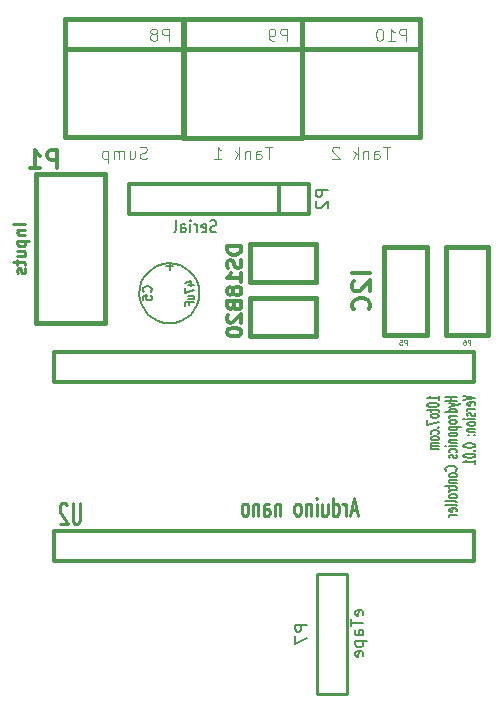
<source format=gbo>
G04 (created by PCBNEW-RS274X (2012-apr-16-27)-stable) date Mon 12 May 2014 12:41:31 BST*
G01*
G70*
G90*
%MOIN*%
G04 Gerber Fmt 3.4, Leading zero omitted, Abs format*
%FSLAX34Y34*%
G04 APERTURE LIST*
%ADD10C,0.006000*%
%ADD11C,0.005900*%
%ADD12C,0.010000*%
%ADD13C,0.012000*%
%ADD14C,0.015000*%
%ADD15C,0.005000*%
%ADD16C,0.008000*%
%ADD17C,0.003900*%
%ADD18C,0.011800*%
%ADD19C,0.007500*%
%ADD20C,0.010700*%
%ADD21C,0.009900*%
%ADD22C,0.003500*%
G04 APERTURE END LIST*
G54D10*
G54D11*
X72679Y-37660D02*
X72679Y-37525D01*
X72679Y-37592D02*
X72285Y-37592D01*
X72342Y-37570D01*
X72379Y-37547D01*
X72398Y-37525D01*
X72285Y-37806D02*
X72285Y-37829D01*
X72304Y-37851D01*
X72323Y-37862D01*
X72361Y-37874D01*
X72436Y-37885D01*
X72529Y-37885D01*
X72604Y-37874D01*
X72642Y-37862D01*
X72661Y-37851D01*
X72679Y-37829D01*
X72679Y-37806D01*
X72661Y-37784D01*
X72642Y-37772D01*
X72604Y-37761D01*
X72529Y-37750D01*
X72436Y-37750D01*
X72361Y-37761D01*
X72323Y-37772D01*
X72304Y-37784D01*
X72285Y-37806D01*
X72417Y-37952D02*
X72417Y-38042D01*
X72285Y-37986D02*
X72623Y-37986D01*
X72661Y-37997D01*
X72679Y-38020D01*
X72679Y-38042D01*
X72679Y-38155D02*
X72661Y-38132D01*
X72642Y-38121D01*
X72604Y-38110D01*
X72492Y-38110D01*
X72454Y-38121D01*
X72436Y-38132D01*
X72417Y-38155D01*
X72417Y-38189D01*
X72436Y-38211D01*
X72454Y-38222D01*
X72492Y-38234D01*
X72604Y-38234D01*
X72642Y-38222D01*
X72661Y-38211D01*
X72679Y-38189D01*
X72679Y-38155D01*
X72285Y-38313D02*
X72285Y-38470D01*
X72679Y-38369D01*
X72642Y-38560D02*
X72661Y-38571D01*
X72679Y-38560D01*
X72661Y-38549D01*
X72642Y-38560D01*
X72679Y-38560D01*
X72661Y-38773D02*
X72679Y-38751D01*
X72679Y-38706D01*
X72661Y-38683D01*
X72642Y-38672D01*
X72604Y-38661D01*
X72492Y-38661D01*
X72454Y-38672D01*
X72436Y-38683D01*
X72417Y-38706D01*
X72417Y-38751D01*
X72436Y-38773D01*
X72679Y-38908D02*
X72661Y-38885D01*
X72642Y-38874D01*
X72604Y-38863D01*
X72492Y-38863D01*
X72454Y-38874D01*
X72436Y-38885D01*
X72417Y-38908D01*
X72417Y-38942D01*
X72436Y-38964D01*
X72454Y-38975D01*
X72492Y-38987D01*
X72604Y-38987D01*
X72642Y-38975D01*
X72661Y-38964D01*
X72679Y-38942D01*
X72679Y-38908D01*
X72679Y-39088D02*
X72417Y-39088D01*
X72454Y-39088D02*
X72436Y-39099D01*
X72417Y-39122D01*
X72417Y-39156D01*
X72436Y-39178D01*
X72473Y-39189D01*
X72679Y-39189D01*
X72473Y-39189D02*
X72436Y-39201D01*
X72417Y-39223D01*
X72417Y-39257D01*
X72436Y-39279D01*
X72473Y-39290D01*
X72679Y-39290D01*
X73289Y-37536D02*
X72895Y-37536D01*
X73083Y-37536D02*
X73083Y-37671D01*
X73289Y-37671D02*
X72895Y-37671D01*
X73027Y-37761D02*
X73289Y-37817D01*
X73027Y-37873D02*
X73289Y-37817D01*
X73383Y-37794D01*
X73402Y-37783D01*
X73421Y-37761D01*
X73289Y-38064D02*
X72895Y-38064D01*
X73271Y-38064D02*
X73289Y-38042D01*
X73289Y-37997D01*
X73271Y-37974D01*
X73252Y-37963D01*
X73214Y-37952D01*
X73102Y-37952D01*
X73064Y-37963D01*
X73046Y-37974D01*
X73027Y-37997D01*
X73027Y-38042D01*
X73046Y-38064D01*
X73289Y-38177D02*
X73027Y-38177D01*
X73102Y-38177D02*
X73064Y-38188D01*
X73046Y-38200D01*
X73027Y-38222D01*
X73027Y-38245D01*
X73289Y-38357D02*
X73271Y-38334D01*
X73252Y-38323D01*
X73214Y-38312D01*
X73102Y-38312D01*
X73064Y-38323D01*
X73046Y-38334D01*
X73027Y-38357D01*
X73027Y-38391D01*
X73046Y-38413D01*
X73064Y-38424D01*
X73102Y-38436D01*
X73214Y-38436D01*
X73252Y-38424D01*
X73271Y-38413D01*
X73289Y-38391D01*
X73289Y-38357D01*
X73027Y-38537D02*
X73421Y-38537D01*
X73046Y-38537D02*
X73027Y-38560D01*
X73027Y-38605D01*
X73046Y-38627D01*
X73064Y-38638D01*
X73102Y-38650D01*
X73214Y-38650D01*
X73252Y-38638D01*
X73271Y-38627D01*
X73289Y-38605D01*
X73289Y-38560D01*
X73271Y-38537D01*
X73289Y-38785D02*
X73271Y-38762D01*
X73252Y-38751D01*
X73214Y-38740D01*
X73102Y-38740D01*
X73064Y-38751D01*
X73046Y-38762D01*
X73027Y-38785D01*
X73027Y-38819D01*
X73046Y-38841D01*
X73064Y-38852D01*
X73102Y-38864D01*
X73214Y-38864D01*
X73252Y-38852D01*
X73271Y-38841D01*
X73289Y-38819D01*
X73289Y-38785D01*
X73027Y-38965D02*
X73289Y-38965D01*
X73064Y-38965D02*
X73046Y-38976D01*
X73027Y-38999D01*
X73027Y-39033D01*
X73046Y-39055D01*
X73083Y-39066D01*
X73289Y-39066D01*
X73289Y-39179D02*
X73027Y-39179D01*
X72895Y-39179D02*
X72914Y-39168D01*
X72933Y-39179D01*
X72914Y-39190D01*
X72895Y-39179D01*
X72933Y-39179D01*
X73271Y-39392D02*
X73289Y-39370D01*
X73289Y-39325D01*
X73271Y-39302D01*
X73252Y-39291D01*
X73214Y-39280D01*
X73102Y-39280D01*
X73064Y-39291D01*
X73046Y-39302D01*
X73027Y-39325D01*
X73027Y-39370D01*
X73046Y-39392D01*
X73271Y-39482D02*
X73289Y-39504D01*
X73289Y-39549D01*
X73271Y-39572D01*
X73233Y-39583D01*
X73214Y-39583D01*
X73177Y-39572D01*
X73158Y-39549D01*
X73158Y-39516D01*
X73139Y-39493D01*
X73102Y-39482D01*
X73083Y-39482D01*
X73046Y-39493D01*
X73027Y-39516D01*
X73027Y-39549D01*
X73046Y-39572D01*
X73252Y-39999D02*
X73271Y-39988D01*
X73289Y-39954D01*
X73289Y-39932D01*
X73271Y-39898D01*
X73233Y-39875D01*
X73196Y-39864D01*
X73121Y-39853D01*
X73064Y-39853D01*
X72989Y-39864D01*
X72952Y-39875D01*
X72914Y-39898D01*
X72895Y-39932D01*
X72895Y-39954D01*
X72914Y-39988D01*
X72933Y-39999D01*
X73289Y-40134D02*
X73271Y-40111D01*
X73252Y-40100D01*
X73214Y-40089D01*
X73102Y-40089D01*
X73064Y-40100D01*
X73046Y-40111D01*
X73027Y-40134D01*
X73027Y-40168D01*
X73046Y-40190D01*
X73064Y-40201D01*
X73102Y-40213D01*
X73214Y-40213D01*
X73252Y-40201D01*
X73271Y-40190D01*
X73289Y-40168D01*
X73289Y-40134D01*
X73027Y-40314D02*
X73289Y-40314D01*
X73064Y-40314D02*
X73046Y-40325D01*
X73027Y-40348D01*
X73027Y-40382D01*
X73046Y-40404D01*
X73083Y-40415D01*
X73289Y-40415D01*
X73027Y-40494D02*
X73027Y-40584D01*
X72895Y-40528D02*
X73233Y-40528D01*
X73271Y-40539D01*
X73289Y-40562D01*
X73289Y-40584D01*
X73289Y-40663D02*
X73027Y-40663D01*
X73102Y-40663D02*
X73064Y-40674D01*
X73046Y-40686D01*
X73027Y-40708D01*
X73027Y-40731D01*
X73289Y-40843D02*
X73271Y-40820D01*
X73252Y-40809D01*
X73214Y-40798D01*
X73102Y-40798D01*
X73064Y-40809D01*
X73046Y-40820D01*
X73027Y-40843D01*
X73027Y-40877D01*
X73046Y-40899D01*
X73064Y-40910D01*
X73102Y-40922D01*
X73214Y-40922D01*
X73252Y-40910D01*
X73271Y-40899D01*
X73289Y-40877D01*
X73289Y-40843D01*
X73289Y-41057D02*
X73271Y-41034D01*
X73233Y-41023D01*
X72895Y-41023D01*
X73289Y-41181D02*
X73271Y-41158D01*
X73233Y-41147D01*
X72895Y-41147D01*
X73271Y-41361D02*
X73289Y-41339D01*
X73289Y-41294D01*
X73271Y-41271D01*
X73233Y-41260D01*
X73083Y-41260D01*
X73046Y-41271D01*
X73027Y-41294D01*
X73027Y-41339D01*
X73046Y-41361D01*
X73083Y-41372D01*
X73121Y-41372D01*
X73158Y-41260D01*
X73289Y-41473D02*
X73027Y-41473D01*
X73102Y-41473D02*
X73064Y-41484D01*
X73046Y-41496D01*
X73027Y-41518D01*
X73027Y-41541D01*
X73505Y-37502D02*
X73899Y-37581D01*
X73505Y-37660D01*
X73881Y-37828D02*
X73899Y-37806D01*
X73899Y-37761D01*
X73881Y-37738D01*
X73843Y-37727D01*
X73693Y-37727D01*
X73656Y-37738D01*
X73637Y-37761D01*
X73637Y-37806D01*
X73656Y-37828D01*
X73693Y-37839D01*
X73731Y-37839D01*
X73768Y-37727D01*
X73899Y-37940D02*
X73637Y-37940D01*
X73712Y-37940D02*
X73674Y-37951D01*
X73656Y-37963D01*
X73637Y-37985D01*
X73637Y-38008D01*
X73881Y-38075D02*
X73899Y-38097D01*
X73899Y-38142D01*
X73881Y-38165D01*
X73843Y-38176D01*
X73824Y-38176D01*
X73787Y-38165D01*
X73768Y-38142D01*
X73768Y-38109D01*
X73749Y-38086D01*
X73712Y-38075D01*
X73693Y-38075D01*
X73656Y-38086D01*
X73637Y-38109D01*
X73637Y-38142D01*
X73656Y-38165D01*
X73899Y-38277D02*
X73637Y-38277D01*
X73505Y-38277D02*
X73524Y-38266D01*
X73543Y-38277D01*
X73524Y-38288D01*
X73505Y-38277D01*
X73543Y-38277D01*
X73899Y-38423D02*
X73881Y-38400D01*
X73862Y-38389D01*
X73824Y-38378D01*
X73712Y-38378D01*
X73674Y-38389D01*
X73656Y-38400D01*
X73637Y-38423D01*
X73637Y-38457D01*
X73656Y-38479D01*
X73674Y-38490D01*
X73712Y-38502D01*
X73824Y-38502D01*
X73862Y-38490D01*
X73881Y-38479D01*
X73899Y-38457D01*
X73899Y-38423D01*
X73637Y-38603D02*
X73899Y-38603D01*
X73674Y-38603D02*
X73656Y-38614D01*
X73637Y-38637D01*
X73637Y-38671D01*
X73656Y-38693D01*
X73693Y-38704D01*
X73899Y-38704D01*
X73862Y-38817D02*
X73881Y-38828D01*
X73899Y-38817D01*
X73881Y-38806D01*
X73862Y-38817D01*
X73899Y-38817D01*
X73656Y-38817D02*
X73674Y-38828D01*
X73693Y-38817D01*
X73674Y-38806D01*
X73656Y-38817D01*
X73693Y-38817D01*
X73505Y-39154D02*
X73505Y-39177D01*
X73524Y-39199D01*
X73543Y-39210D01*
X73581Y-39222D01*
X73656Y-39233D01*
X73749Y-39233D01*
X73824Y-39222D01*
X73862Y-39210D01*
X73881Y-39199D01*
X73899Y-39177D01*
X73899Y-39154D01*
X73881Y-39132D01*
X73862Y-39120D01*
X73824Y-39109D01*
X73749Y-39098D01*
X73656Y-39098D01*
X73581Y-39109D01*
X73543Y-39120D01*
X73524Y-39132D01*
X73505Y-39154D01*
X73862Y-39334D02*
X73881Y-39345D01*
X73899Y-39334D01*
X73881Y-39323D01*
X73862Y-39334D01*
X73899Y-39334D01*
X73505Y-39491D02*
X73505Y-39514D01*
X73524Y-39536D01*
X73543Y-39547D01*
X73581Y-39559D01*
X73656Y-39570D01*
X73749Y-39570D01*
X73824Y-39559D01*
X73862Y-39547D01*
X73881Y-39536D01*
X73899Y-39514D01*
X73899Y-39491D01*
X73881Y-39469D01*
X73862Y-39457D01*
X73824Y-39446D01*
X73749Y-39435D01*
X73656Y-39435D01*
X73581Y-39446D01*
X73543Y-39457D01*
X73524Y-39469D01*
X73505Y-39491D01*
X73899Y-39795D02*
X73899Y-39660D01*
X73899Y-39727D02*
X73505Y-39727D01*
X73562Y-39705D01*
X73599Y-39682D01*
X73618Y-39660D01*
G54D12*
X69634Y-47433D02*
X69634Y-43433D01*
X68634Y-47433D02*
X68634Y-43433D01*
X68634Y-43433D02*
X69634Y-43433D01*
X69634Y-47433D02*
X68634Y-47433D01*
G54D13*
X68354Y-31445D02*
X68354Y-30445D01*
X68354Y-30445D02*
X62354Y-30445D01*
X62354Y-30445D02*
X62354Y-31445D01*
X62354Y-31445D02*
X68354Y-31445D01*
X67354Y-31445D02*
X67354Y-30445D01*
G54D14*
X70865Y-35492D02*
X71574Y-35492D01*
X70865Y-32540D02*
X70865Y-35492D01*
X72283Y-32540D02*
X70865Y-32540D01*
X72283Y-35492D02*
X72283Y-32540D01*
X71574Y-35492D02*
X72283Y-35492D01*
X71574Y-35492D02*
X72283Y-35492D01*
X72283Y-35492D02*
X72283Y-32540D01*
X72283Y-32540D02*
X70865Y-32540D01*
X70865Y-32540D02*
X70865Y-35492D01*
X70865Y-35492D02*
X71574Y-35492D01*
X72913Y-35492D02*
X73622Y-35492D01*
X72913Y-32540D02*
X72913Y-35492D01*
X74331Y-32540D02*
X72913Y-32540D01*
X74331Y-35492D02*
X74331Y-32540D01*
X73622Y-35492D02*
X74331Y-35492D01*
X73622Y-35492D02*
X74331Y-35492D01*
X74331Y-35492D02*
X74331Y-32540D01*
X74331Y-32540D02*
X72913Y-32540D01*
X72913Y-32540D02*
X72913Y-35492D01*
X72913Y-35492D02*
X73622Y-35492D01*
X66379Y-34882D02*
X66379Y-34252D01*
X66379Y-34252D02*
X68583Y-34252D01*
X68583Y-34252D02*
X68583Y-35512D01*
X68583Y-35512D02*
X66379Y-35512D01*
X66379Y-35512D02*
X66379Y-34882D01*
X66379Y-33071D02*
X66379Y-32441D01*
X66379Y-32441D02*
X68583Y-32441D01*
X68583Y-32441D02*
X68583Y-33701D01*
X68583Y-33701D02*
X66379Y-33701D01*
X66379Y-33701D02*
X66379Y-33071D01*
G54D15*
X64702Y-34094D02*
X64682Y-34288D01*
X64626Y-34475D01*
X64534Y-34647D01*
X64411Y-34799D01*
X64260Y-34923D01*
X64088Y-35016D01*
X63902Y-35074D01*
X63707Y-35094D01*
X63514Y-35077D01*
X63327Y-35022D01*
X63153Y-34931D01*
X63001Y-34809D01*
X62876Y-34659D01*
X62781Y-34488D01*
X62722Y-34302D01*
X62701Y-34107D01*
X62717Y-33914D01*
X62771Y-33726D01*
X62860Y-33552D01*
X62981Y-33399D01*
X63130Y-33273D01*
X63301Y-33177D01*
X63487Y-33117D01*
X63681Y-33094D01*
X63874Y-33109D01*
X64062Y-33161D01*
X64237Y-33249D01*
X64391Y-33370D01*
X64518Y-33517D01*
X64615Y-33687D01*
X64677Y-33873D01*
X64701Y-34067D01*
X64702Y-34094D01*
G54D13*
X59842Y-36064D02*
X59842Y-37064D01*
X73842Y-36064D02*
X59842Y-36064D01*
X73842Y-37064D02*
X73842Y-36064D01*
X59842Y-37064D02*
X73842Y-37064D01*
X59851Y-43000D02*
X73851Y-43000D01*
X73851Y-43000D02*
X73851Y-42000D01*
X73851Y-42000D02*
X59851Y-42000D01*
X59851Y-42000D02*
X59851Y-43000D01*
G54D14*
X60404Y-30118D02*
X59262Y-30118D01*
X59262Y-30118D02*
X59262Y-35078D01*
X59262Y-35078D02*
X61546Y-35078D01*
X61546Y-35078D02*
X61546Y-30118D01*
X61546Y-30118D02*
X60404Y-30118D01*
X64174Y-25945D02*
X60236Y-25945D01*
X64174Y-24960D02*
X64174Y-28898D01*
X64174Y-28898D02*
X60236Y-28898D01*
X60236Y-28898D02*
X60236Y-24960D01*
X60236Y-24960D02*
X64174Y-24960D01*
X68110Y-25946D02*
X64172Y-25946D01*
X68110Y-24961D02*
X68110Y-28899D01*
X68110Y-28899D02*
X64172Y-28899D01*
X64172Y-28899D02*
X64172Y-24961D01*
X64172Y-24961D02*
X68110Y-24961D01*
X72048Y-25945D02*
X68110Y-25945D01*
X72048Y-24960D02*
X72048Y-28898D01*
X72048Y-28898D02*
X68110Y-28898D01*
X68110Y-28898D02*
X68110Y-24960D01*
X68110Y-24960D02*
X72048Y-24960D01*
G54D16*
X68296Y-45138D02*
X67896Y-45138D01*
X67896Y-45291D01*
X67915Y-45329D01*
X67934Y-45348D01*
X67972Y-45367D01*
X68029Y-45367D01*
X68067Y-45348D01*
X68086Y-45329D01*
X68105Y-45291D01*
X68105Y-45138D01*
X67896Y-45500D02*
X67896Y-45767D01*
X68296Y-45595D01*
X70143Y-44824D02*
X70162Y-44786D01*
X70162Y-44709D01*
X70143Y-44671D01*
X70105Y-44652D01*
X69952Y-44652D01*
X69914Y-44671D01*
X69895Y-44709D01*
X69895Y-44786D01*
X69914Y-44824D01*
X69952Y-44843D01*
X69990Y-44843D01*
X70029Y-44652D01*
X69762Y-44957D02*
X69762Y-45186D01*
X70162Y-45071D02*
X69762Y-45071D01*
X70162Y-45491D02*
X69952Y-45491D01*
X69914Y-45472D01*
X69895Y-45434D01*
X69895Y-45357D01*
X69914Y-45319D01*
X70143Y-45491D02*
X70162Y-45453D01*
X70162Y-45357D01*
X70143Y-45319D01*
X70105Y-45300D01*
X70067Y-45300D01*
X70029Y-45319D01*
X70010Y-45357D01*
X70010Y-45453D01*
X69990Y-45491D01*
X69895Y-45681D02*
X70295Y-45681D01*
X69914Y-45681D02*
X69895Y-45719D01*
X69895Y-45796D01*
X69914Y-45834D01*
X69933Y-45853D01*
X69971Y-45872D01*
X70086Y-45872D01*
X70124Y-45853D01*
X70143Y-45834D01*
X70162Y-45796D01*
X70162Y-45719D01*
X70143Y-45681D01*
X70143Y-46196D02*
X70162Y-46158D01*
X70162Y-46081D01*
X70143Y-46043D01*
X70105Y-46024D01*
X69952Y-46024D01*
X69914Y-46043D01*
X69895Y-46081D01*
X69895Y-46158D01*
X69914Y-46196D01*
X69952Y-46215D01*
X69990Y-46215D01*
X70029Y-46024D01*
X68980Y-30650D02*
X68580Y-30650D01*
X68580Y-30803D01*
X68599Y-30841D01*
X68618Y-30860D01*
X68656Y-30879D01*
X68713Y-30879D01*
X68751Y-30860D01*
X68770Y-30841D01*
X68789Y-30803D01*
X68789Y-30650D01*
X68618Y-31031D02*
X68599Y-31050D01*
X68580Y-31088D01*
X68580Y-31184D01*
X68599Y-31222D01*
X68618Y-31241D01*
X68656Y-31260D01*
X68694Y-31260D01*
X68751Y-31241D01*
X68980Y-31012D01*
X68980Y-31260D01*
X65257Y-32033D02*
X65207Y-32052D01*
X65124Y-32052D01*
X65091Y-32033D01*
X65074Y-32014D01*
X65057Y-31976D01*
X65057Y-31938D01*
X65074Y-31900D01*
X65091Y-31880D01*
X65124Y-31861D01*
X65191Y-31842D01*
X65224Y-31823D01*
X65241Y-31804D01*
X65257Y-31766D01*
X65257Y-31728D01*
X65241Y-31690D01*
X65224Y-31671D01*
X65191Y-31652D01*
X65107Y-31652D01*
X65057Y-31671D01*
X64774Y-32033D02*
X64808Y-32052D01*
X64874Y-32052D01*
X64908Y-32033D01*
X64924Y-31995D01*
X64924Y-31842D01*
X64908Y-31804D01*
X64874Y-31785D01*
X64808Y-31785D01*
X64774Y-31804D01*
X64758Y-31842D01*
X64758Y-31880D01*
X64924Y-31919D01*
X64608Y-32052D02*
X64608Y-31785D01*
X64608Y-31861D02*
X64591Y-31823D01*
X64574Y-31804D01*
X64541Y-31785D01*
X64508Y-31785D01*
X64391Y-32052D02*
X64391Y-31785D01*
X64391Y-31652D02*
X64407Y-31671D01*
X64391Y-31690D01*
X64374Y-31671D01*
X64391Y-31652D01*
X64391Y-31690D01*
X64074Y-32052D02*
X64074Y-31842D01*
X64090Y-31804D01*
X64124Y-31785D01*
X64190Y-31785D01*
X64224Y-31804D01*
X64074Y-32033D02*
X64107Y-32052D01*
X64190Y-32052D01*
X64224Y-32033D01*
X64240Y-31995D01*
X64240Y-31957D01*
X64224Y-31919D01*
X64190Y-31900D01*
X64107Y-31900D01*
X64074Y-31880D01*
X63857Y-32052D02*
X63890Y-32033D01*
X63907Y-31995D01*
X63907Y-31652D01*
G54D17*
X71612Y-35811D02*
X71612Y-35654D01*
X71552Y-35654D01*
X71537Y-35662D01*
X71529Y-35669D01*
X71522Y-35684D01*
X71522Y-35706D01*
X71529Y-35721D01*
X71537Y-35729D01*
X71552Y-35736D01*
X71612Y-35736D01*
X71380Y-35654D02*
X71455Y-35654D01*
X71462Y-35729D01*
X71455Y-35721D01*
X71440Y-35714D01*
X71402Y-35714D01*
X71387Y-35721D01*
X71380Y-35729D01*
X71372Y-35744D01*
X71372Y-35781D01*
X71380Y-35796D01*
X71387Y-35804D01*
X71402Y-35811D01*
X71440Y-35811D01*
X71455Y-35804D01*
X71462Y-35796D01*
G54D13*
X70400Y-33431D02*
X69800Y-33431D01*
X69857Y-33688D02*
X69828Y-33717D01*
X69800Y-33774D01*
X69800Y-33917D01*
X69828Y-33974D01*
X69857Y-34003D01*
X69914Y-34031D01*
X69971Y-34031D01*
X70057Y-34003D01*
X70400Y-33660D01*
X70400Y-34031D01*
X70343Y-34631D02*
X70371Y-34602D01*
X70400Y-34516D01*
X70400Y-34459D01*
X70371Y-34374D01*
X70314Y-34316D01*
X70257Y-34288D01*
X70143Y-34259D01*
X70057Y-34259D01*
X69943Y-34288D01*
X69886Y-34316D01*
X69828Y-34374D01*
X69800Y-34459D01*
X69800Y-34516D01*
X69828Y-34602D01*
X69857Y-34631D01*
G54D17*
X73738Y-35811D02*
X73738Y-35654D01*
X73678Y-35654D01*
X73663Y-35662D01*
X73655Y-35669D01*
X73648Y-35684D01*
X73648Y-35706D01*
X73655Y-35721D01*
X73663Y-35729D01*
X73678Y-35736D01*
X73738Y-35736D01*
X73513Y-35654D02*
X73543Y-35654D01*
X73558Y-35662D01*
X73566Y-35669D01*
X73581Y-35691D01*
X73588Y-35721D01*
X73588Y-35781D01*
X73581Y-35796D01*
X73573Y-35804D01*
X73558Y-35811D01*
X73528Y-35811D01*
X73513Y-35804D01*
X73506Y-35796D01*
X73498Y-35781D01*
X73498Y-35744D01*
X73506Y-35729D01*
X73513Y-35721D01*
X73528Y-35714D01*
X73558Y-35714D01*
X73573Y-35721D01*
X73581Y-35729D01*
X73588Y-35744D01*
G54D18*
X66097Y-32531D02*
X65625Y-32531D01*
X65625Y-32644D01*
X65648Y-32711D01*
X65692Y-32756D01*
X65737Y-32779D01*
X65827Y-32801D01*
X65895Y-32801D01*
X65985Y-32779D01*
X66030Y-32756D01*
X66075Y-32711D01*
X66097Y-32644D01*
X66097Y-32531D01*
X66075Y-32981D02*
X66097Y-33048D01*
X66097Y-33161D01*
X66075Y-33206D01*
X66052Y-33228D01*
X66007Y-33251D01*
X65962Y-33251D01*
X65917Y-33228D01*
X65895Y-33206D01*
X65872Y-33161D01*
X65850Y-33071D01*
X65827Y-33026D01*
X65805Y-33003D01*
X65760Y-32981D01*
X65715Y-32981D01*
X65670Y-33003D01*
X65648Y-33026D01*
X65625Y-33071D01*
X65625Y-33183D01*
X65648Y-33251D01*
X66097Y-33701D02*
X66097Y-33431D01*
X66097Y-33566D02*
X65625Y-33566D01*
X65692Y-33521D01*
X65737Y-33476D01*
X65760Y-33431D01*
X65827Y-33971D02*
X65805Y-33926D01*
X65782Y-33903D01*
X65737Y-33881D01*
X65715Y-33881D01*
X65670Y-33903D01*
X65648Y-33926D01*
X65625Y-33971D01*
X65625Y-34061D01*
X65648Y-34106D01*
X65670Y-34128D01*
X65715Y-34151D01*
X65737Y-34151D01*
X65782Y-34128D01*
X65805Y-34106D01*
X65827Y-34061D01*
X65827Y-33971D01*
X65850Y-33926D01*
X65872Y-33903D01*
X65917Y-33881D01*
X66007Y-33881D01*
X66052Y-33903D01*
X66075Y-33926D01*
X66097Y-33971D01*
X66097Y-34061D01*
X66075Y-34106D01*
X66052Y-34128D01*
X66007Y-34151D01*
X65917Y-34151D01*
X65872Y-34128D01*
X65850Y-34106D01*
X65827Y-34061D01*
X65850Y-34511D02*
X65872Y-34578D01*
X65895Y-34601D01*
X65940Y-34623D01*
X66007Y-34623D01*
X66052Y-34601D01*
X66075Y-34578D01*
X66097Y-34533D01*
X66097Y-34353D01*
X65625Y-34353D01*
X65625Y-34511D01*
X65648Y-34556D01*
X65670Y-34578D01*
X65715Y-34601D01*
X65760Y-34601D01*
X65805Y-34578D01*
X65827Y-34556D01*
X65850Y-34511D01*
X65850Y-34353D01*
X65670Y-34803D02*
X65648Y-34825D01*
X65625Y-34870D01*
X65625Y-34983D01*
X65648Y-35028D01*
X65670Y-35050D01*
X65715Y-35073D01*
X65760Y-35073D01*
X65827Y-35050D01*
X66097Y-34780D01*
X66097Y-35073D01*
X65625Y-35365D02*
X65625Y-35410D01*
X65648Y-35455D01*
X65670Y-35478D01*
X65715Y-35500D01*
X65805Y-35523D01*
X65917Y-35523D01*
X66007Y-35500D01*
X66052Y-35478D01*
X66075Y-35455D01*
X66097Y-35410D01*
X66097Y-35365D01*
X66075Y-35320D01*
X66052Y-35298D01*
X66007Y-35275D01*
X65917Y-35253D01*
X65805Y-35253D01*
X65715Y-35275D01*
X65670Y-35298D01*
X65648Y-35320D01*
X65625Y-35365D01*
G54D15*
X63085Y-34044D02*
X63099Y-34030D01*
X63113Y-33987D01*
X63113Y-33958D01*
X63099Y-33915D01*
X63071Y-33887D01*
X63042Y-33872D01*
X62985Y-33858D01*
X62942Y-33858D01*
X62885Y-33872D01*
X62856Y-33887D01*
X62828Y-33915D01*
X62813Y-33958D01*
X62813Y-33987D01*
X62828Y-34030D01*
X62842Y-34044D01*
X62813Y-34315D02*
X62813Y-34172D01*
X62956Y-34158D01*
X62942Y-34172D01*
X62928Y-34201D01*
X62928Y-34272D01*
X62942Y-34301D01*
X62956Y-34315D01*
X62985Y-34330D01*
X63056Y-34330D01*
X63085Y-34315D01*
X63099Y-34301D01*
X63113Y-34272D01*
X63113Y-34201D01*
X63099Y-34172D01*
X63085Y-34158D01*
X64330Y-33803D02*
X64530Y-33803D01*
X64216Y-33743D02*
X64430Y-33684D01*
X64430Y-33838D01*
X64230Y-33910D02*
X64230Y-34076D01*
X64530Y-33969D01*
X64330Y-34279D02*
X64530Y-34279D01*
X64330Y-34172D02*
X64488Y-34172D01*
X64516Y-34183D01*
X64530Y-34207D01*
X64530Y-34243D01*
X64516Y-34267D01*
X64502Y-34279D01*
X64373Y-34481D02*
X64373Y-34398D01*
X64530Y-34398D02*
X64230Y-34398D01*
X64230Y-34517D01*
G54D19*
X63708Y-33080D02*
X63708Y-33309D01*
X63822Y-33195D02*
X63594Y-33195D01*
G54D20*
X60720Y-41090D02*
X60720Y-41641D01*
X60700Y-41706D01*
X60679Y-41739D01*
X60639Y-41771D01*
X60557Y-41771D01*
X60516Y-41739D01*
X60496Y-41706D01*
X60476Y-41641D01*
X60476Y-41090D01*
X60292Y-41155D02*
X60272Y-41123D01*
X60231Y-41090D01*
X60129Y-41090D01*
X60089Y-41123D01*
X60068Y-41155D01*
X60048Y-41220D01*
X60048Y-41285D01*
X60068Y-41382D01*
X60313Y-41771D01*
X60048Y-41771D01*
G54D12*
X69947Y-41331D02*
X69756Y-41331D01*
X69985Y-41503D02*
X69852Y-40903D01*
X69718Y-41503D01*
X69585Y-41503D02*
X69585Y-41103D01*
X69585Y-41217D02*
X69566Y-41160D01*
X69547Y-41131D01*
X69509Y-41103D01*
X69470Y-41103D01*
X69165Y-41503D02*
X69165Y-40903D01*
X69165Y-41474D02*
X69203Y-41503D01*
X69280Y-41503D01*
X69318Y-41474D01*
X69337Y-41446D01*
X69356Y-41389D01*
X69356Y-41217D01*
X69337Y-41160D01*
X69318Y-41131D01*
X69280Y-41103D01*
X69203Y-41103D01*
X69165Y-41131D01*
X68803Y-41103D02*
X68803Y-41503D01*
X68975Y-41103D02*
X68975Y-41417D01*
X68956Y-41474D01*
X68918Y-41503D01*
X68860Y-41503D01*
X68822Y-41474D01*
X68803Y-41446D01*
X68613Y-41503D02*
X68613Y-41103D01*
X68613Y-40903D02*
X68632Y-40931D01*
X68613Y-40960D01*
X68594Y-40931D01*
X68613Y-40903D01*
X68613Y-40960D01*
X68423Y-41103D02*
X68423Y-41503D01*
X68423Y-41160D02*
X68404Y-41131D01*
X68366Y-41103D01*
X68308Y-41103D01*
X68270Y-41131D01*
X68251Y-41189D01*
X68251Y-41503D01*
X68004Y-41503D02*
X68042Y-41474D01*
X68061Y-41446D01*
X68080Y-41389D01*
X68080Y-41217D01*
X68061Y-41160D01*
X68042Y-41131D01*
X68004Y-41103D01*
X67946Y-41103D01*
X67908Y-41131D01*
X67889Y-41160D01*
X67870Y-41217D01*
X67870Y-41389D01*
X67889Y-41446D01*
X67908Y-41474D01*
X67946Y-41503D01*
X68004Y-41503D01*
X67394Y-41103D02*
X67394Y-41503D01*
X67394Y-41160D02*
X67375Y-41131D01*
X67337Y-41103D01*
X67279Y-41103D01*
X67241Y-41131D01*
X67222Y-41189D01*
X67222Y-41503D01*
X66860Y-41503D02*
X66860Y-41189D01*
X66879Y-41131D01*
X66917Y-41103D01*
X66994Y-41103D01*
X67032Y-41131D01*
X66860Y-41474D02*
X66898Y-41503D01*
X66994Y-41503D01*
X67032Y-41474D01*
X67051Y-41417D01*
X67051Y-41360D01*
X67032Y-41303D01*
X66994Y-41274D01*
X66898Y-41274D01*
X66860Y-41246D01*
X66670Y-41103D02*
X66670Y-41503D01*
X66670Y-41160D02*
X66651Y-41131D01*
X66613Y-41103D01*
X66555Y-41103D01*
X66517Y-41131D01*
X66498Y-41189D01*
X66498Y-41503D01*
X66251Y-41503D02*
X66289Y-41474D01*
X66308Y-41446D01*
X66327Y-41389D01*
X66327Y-41217D01*
X66308Y-41160D01*
X66289Y-41131D01*
X66251Y-41103D01*
X66193Y-41103D01*
X66155Y-41131D01*
X66136Y-41160D01*
X66117Y-41217D01*
X66117Y-41389D01*
X66136Y-41446D01*
X66155Y-41474D01*
X66193Y-41503D01*
X66251Y-41503D01*
G54D13*
X59970Y-29928D02*
X59970Y-29328D01*
X59742Y-29328D01*
X59684Y-29356D01*
X59656Y-29385D01*
X59627Y-29442D01*
X59627Y-29528D01*
X59656Y-29585D01*
X59684Y-29614D01*
X59742Y-29642D01*
X59970Y-29642D01*
X59056Y-29928D02*
X59399Y-29928D01*
X59227Y-29928D02*
X59227Y-29328D01*
X59284Y-29414D01*
X59342Y-29471D01*
X59399Y-29499D01*
G54D21*
X58899Y-31792D02*
X58505Y-31792D01*
X58637Y-31980D02*
X58899Y-31980D01*
X58674Y-31980D02*
X58656Y-31999D01*
X58637Y-32036D01*
X58637Y-32092D01*
X58656Y-32130D01*
X58693Y-32149D01*
X58899Y-32149D01*
X58637Y-32336D02*
X59031Y-32336D01*
X58656Y-32336D02*
X58637Y-32373D01*
X58637Y-32448D01*
X58656Y-32486D01*
X58674Y-32505D01*
X58712Y-32523D01*
X58824Y-32523D01*
X58862Y-32505D01*
X58881Y-32486D01*
X58899Y-32448D01*
X58899Y-32373D01*
X58881Y-32336D01*
X58637Y-32861D02*
X58899Y-32861D01*
X58637Y-32692D02*
X58843Y-32692D01*
X58881Y-32711D01*
X58899Y-32748D01*
X58899Y-32804D01*
X58881Y-32842D01*
X58862Y-32861D01*
X58637Y-32992D02*
X58637Y-33142D01*
X58505Y-33048D02*
X58843Y-33048D01*
X58881Y-33067D01*
X58899Y-33104D01*
X58899Y-33142D01*
X58881Y-33254D02*
X58899Y-33292D01*
X58899Y-33367D01*
X58881Y-33404D01*
X58843Y-33423D01*
X58824Y-33423D01*
X58787Y-33404D01*
X58768Y-33367D01*
X58768Y-33310D01*
X58749Y-33273D01*
X58712Y-33254D01*
X58693Y-33254D01*
X58656Y-33273D01*
X58637Y-33310D01*
X58637Y-33367D01*
X58656Y-33404D01*
G54D22*
X63681Y-25674D02*
X63681Y-25274D01*
X63528Y-25274D01*
X63490Y-25293D01*
X63471Y-25312D01*
X63452Y-25350D01*
X63452Y-25407D01*
X63471Y-25445D01*
X63490Y-25464D01*
X63528Y-25483D01*
X63681Y-25483D01*
X63224Y-25445D02*
X63262Y-25426D01*
X63281Y-25407D01*
X63300Y-25369D01*
X63300Y-25350D01*
X63281Y-25312D01*
X63262Y-25293D01*
X63224Y-25274D01*
X63147Y-25274D01*
X63109Y-25293D01*
X63090Y-25312D01*
X63071Y-25350D01*
X63071Y-25369D01*
X63090Y-25407D01*
X63109Y-25426D01*
X63147Y-25445D01*
X63224Y-25445D01*
X63262Y-25464D01*
X63281Y-25483D01*
X63300Y-25522D01*
X63300Y-25598D01*
X63281Y-25636D01*
X63262Y-25655D01*
X63224Y-25674D01*
X63147Y-25674D01*
X63109Y-25655D01*
X63090Y-25636D01*
X63071Y-25598D01*
X63071Y-25522D01*
X63090Y-25483D01*
X63109Y-25464D01*
X63147Y-25445D01*
X62948Y-29592D02*
X62891Y-29611D01*
X62795Y-29611D01*
X62757Y-29592D01*
X62738Y-29573D01*
X62719Y-29535D01*
X62719Y-29497D01*
X62738Y-29459D01*
X62757Y-29439D01*
X62795Y-29420D01*
X62872Y-29401D01*
X62910Y-29382D01*
X62929Y-29363D01*
X62948Y-29325D01*
X62948Y-29287D01*
X62929Y-29249D01*
X62910Y-29230D01*
X62872Y-29211D01*
X62776Y-29211D01*
X62719Y-29230D01*
X62376Y-29344D02*
X62376Y-29611D01*
X62548Y-29344D02*
X62548Y-29554D01*
X62529Y-29592D01*
X62491Y-29611D01*
X62433Y-29611D01*
X62395Y-29592D01*
X62376Y-29573D01*
X62186Y-29611D02*
X62186Y-29344D01*
X62186Y-29382D02*
X62167Y-29363D01*
X62129Y-29344D01*
X62071Y-29344D01*
X62033Y-29363D01*
X62014Y-29401D01*
X62014Y-29611D01*
X62014Y-29401D02*
X61995Y-29363D01*
X61957Y-29344D01*
X61900Y-29344D01*
X61862Y-29363D01*
X61843Y-29401D01*
X61843Y-29611D01*
X61653Y-29344D02*
X61653Y-29744D01*
X61653Y-29363D02*
X61615Y-29344D01*
X61538Y-29344D01*
X61500Y-29363D01*
X61481Y-29382D01*
X61462Y-29420D01*
X61462Y-29535D01*
X61481Y-29573D01*
X61500Y-29592D01*
X61538Y-29611D01*
X61615Y-29611D01*
X61653Y-29592D01*
X67618Y-25674D02*
X67618Y-25274D01*
X67465Y-25274D01*
X67427Y-25293D01*
X67408Y-25312D01*
X67389Y-25350D01*
X67389Y-25407D01*
X67408Y-25445D01*
X67427Y-25464D01*
X67465Y-25483D01*
X67618Y-25483D01*
X67199Y-25674D02*
X67123Y-25674D01*
X67084Y-25655D01*
X67065Y-25636D01*
X67027Y-25579D01*
X67008Y-25502D01*
X67008Y-25350D01*
X67027Y-25312D01*
X67046Y-25293D01*
X67084Y-25274D01*
X67161Y-25274D01*
X67199Y-25293D01*
X67218Y-25312D01*
X67237Y-25350D01*
X67237Y-25445D01*
X67218Y-25483D01*
X67199Y-25502D01*
X67161Y-25522D01*
X67084Y-25522D01*
X67046Y-25502D01*
X67027Y-25483D01*
X67008Y-25445D01*
X67122Y-29212D02*
X66893Y-29212D01*
X67008Y-29612D02*
X67008Y-29212D01*
X66588Y-29612D02*
X66588Y-29402D01*
X66607Y-29364D01*
X66645Y-29345D01*
X66722Y-29345D01*
X66760Y-29364D01*
X66588Y-29593D02*
X66626Y-29612D01*
X66722Y-29612D01*
X66760Y-29593D01*
X66779Y-29555D01*
X66779Y-29517D01*
X66760Y-29479D01*
X66722Y-29460D01*
X66626Y-29460D01*
X66588Y-29440D01*
X66398Y-29345D02*
X66398Y-29612D01*
X66398Y-29383D02*
X66379Y-29364D01*
X66341Y-29345D01*
X66283Y-29345D01*
X66245Y-29364D01*
X66226Y-29402D01*
X66226Y-29612D01*
X66036Y-29612D02*
X66036Y-29212D01*
X65998Y-29460D02*
X65883Y-29612D01*
X65883Y-29345D02*
X66036Y-29498D01*
X65197Y-29612D02*
X65426Y-29612D01*
X65312Y-29612D02*
X65312Y-29212D01*
X65350Y-29269D01*
X65388Y-29307D01*
X65426Y-29326D01*
X71588Y-25674D02*
X71588Y-25274D01*
X71435Y-25274D01*
X71397Y-25293D01*
X71378Y-25312D01*
X71359Y-25350D01*
X71359Y-25407D01*
X71378Y-25445D01*
X71397Y-25464D01*
X71435Y-25483D01*
X71588Y-25483D01*
X70978Y-25674D02*
X71207Y-25674D01*
X71093Y-25674D02*
X71093Y-25274D01*
X71131Y-25331D01*
X71169Y-25369D01*
X71207Y-25388D01*
X70731Y-25274D02*
X70692Y-25274D01*
X70654Y-25293D01*
X70635Y-25312D01*
X70616Y-25350D01*
X70597Y-25426D01*
X70597Y-25522D01*
X70616Y-25598D01*
X70635Y-25636D01*
X70654Y-25655D01*
X70692Y-25674D01*
X70731Y-25674D01*
X70769Y-25655D01*
X70788Y-25636D01*
X70807Y-25598D01*
X70826Y-25522D01*
X70826Y-25426D01*
X70807Y-25350D01*
X70788Y-25312D01*
X70769Y-25293D01*
X70731Y-25274D01*
X71060Y-29211D02*
X70831Y-29211D01*
X70946Y-29611D02*
X70946Y-29211D01*
X70526Y-29611D02*
X70526Y-29401D01*
X70545Y-29363D01*
X70583Y-29344D01*
X70660Y-29344D01*
X70698Y-29363D01*
X70526Y-29592D02*
X70564Y-29611D01*
X70660Y-29611D01*
X70698Y-29592D01*
X70717Y-29554D01*
X70717Y-29516D01*
X70698Y-29478D01*
X70660Y-29459D01*
X70564Y-29459D01*
X70526Y-29439D01*
X70336Y-29344D02*
X70336Y-29611D01*
X70336Y-29382D02*
X70317Y-29363D01*
X70279Y-29344D01*
X70221Y-29344D01*
X70183Y-29363D01*
X70164Y-29401D01*
X70164Y-29611D01*
X69974Y-29611D02*
X69974Y-29211D01*
X69936Y-29459D02*
X69821Y-29611D01*
X69821Y-29344D02*
X69974Y-29497D01*
X69364Y-29249D02*
X69345Y-29230D01*
X69307Y-29211D01*
X69211Y-29211D01*
X69173Y-29230D01*
X69154Y-29249D01*
X69135Y-29287D01*
X69135Y-29325D01*
X69154Y-29382D01*
X69383Y-29611D01*
X69135Y-29611D01*
M02*

</source>
